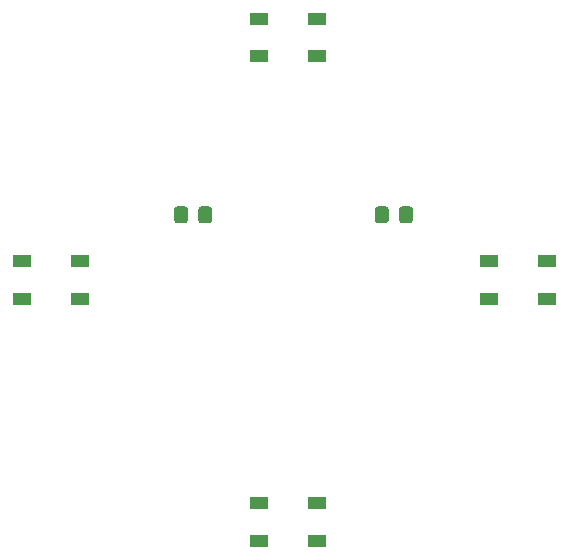
<source format=gbr>
G04 #@! TF.GenerationSoftware,KiCad,Pcbnew,5.0.2+dfsg1-1*
G04 #@! TF.CreationDate,2019-07-05T17:04:00+02:00*
G04 #@! TF.ProjectId,PollFoll,506f6c6c-466f-46c6-9c2e-6b696361645f,rev?*
G04 #@! TF.SameCoordinates,Original*
G04 #@! TF.FileFunction,Paste,Top*
G04 #@! TF.FilePolarity,Positive*
%FSLAX46Y46*%
G04 Gerber Fmt 4.6, Leading zero omitted, Abs format (unit mm)*
G04 Created by KiCad (PCBNEW 5.0.2+dfsg1-1) date vie 05 jul 2019 17:04:00 CEST*
%MOMM*%
%LPD*%
G01*
G04 APERTURE LIST*
%ADD10R,1.500000X1.000000*%
%ADD11C,0.100000*%
%ADD12C,1.150000*%
G04 APERTURE END LIST*
D10*
G04 #@! TO.C,D4*
X113550000Y-77900000D03*
X113550000Y-81100000D03*
X118450000Y-77900000D03*
X118450000Y-81100000D03*
G04 #@! TD*
G04 #@! TO.C,D3*
X138450000Y-101600000D03*
X138450000Y-98400000D03*
X133550000Y-101600000D03*
X133550000Y-98400000D03*
G04 #@! TD*
G04 #@! TO.C,D2*
X153050000Y-77900000D03*
X153050000Y-81100000D03*
X157950000Y-77900000D03*
X157950000Y-81100000D03*
G04 #@! TD*
G04 #@! TO.C,D1*
X138450000Y-60600000D03*
X138450000Y-57400000D03*
X133550000Y-60600000D03*
X133550000Y-57400000D03*
G04 #@! TD*
D11*
G04 #@! TO.C,C2*
G36*
X127324505Y-73301204D02*
X127348773Y-73304804D01*
X127372572Y-73310765D01*
X127395671Y-73319030D01*
X127417850Y-73329520D01*
X127438893Y-73342132D01*
X127458599Y-73356747D01*
X127476777Y-73373223D01*
X127493253Y-73391401D01*
X127507868Y-73411107D01*
X127520480Y-73432150D01*
X127530970Y-73454329D01*
X127539235Y-73477428D01*
X127545196Y-73501227D01*
X127548796Y-73525495D01*
X127550000Y-73549999D01*
X127550000Y-74450001D01*
X127548796Y-74474505D01*
X127545196Y-74498773D01*
X127539235Y-74522572D01*
X127530970Y-74545671D01*
X127520480Y-74567850D01*
X127507868Y-74588893D01*
X127493253Y-74608599D01*
X127476777Y-74626777D01*
X127458599Y-74643253D01*
X127438893Y-74657868D01*
X127417850Y-74670480D01*
X127395671Y-74680970D01*
X127372572Y-74689235D01*
X127348773Y-74695196D01*
X127324505Y-74698796D01*
X127300001Y-74700000D01*
X126649999Y-74700000D01*
X126625495Y-74698796D01*
X126601227Y-74695196D01*
X126577428Y-74689235D01*
X126554329Y-74680970D01*
X126532150Y-74670480D01*
X126511107Y-74657868D01*
X126491401Y-74643253D01*
X126473223Y-74626777D01*
X126456747Y-74608599D01*
X126442132Y-74588893D01*
X126429520Y-74567850D01*
X126419030Y-74545671D01*
X126410765Y-74522572D01*
X126404804Y-74498773D01*
X126401204Y-74474505D01*
X126400000Y-74450001D01*
X126400000Y-73549999D01*
X126401204Y-73525495D01*
X126404804Y-73501227D01*
X126410765Y-73477428D01*
X126419030Y-73454329D01*
X126429520Y-73432150D01*
X126442132Y-73411107D01*
X126456747Y-73391401D01*
X126473223Y-73373223D01*
X126491401Y-73356747D01*
X126511107Y-73342132D01*
X126532150Y-73329520D01*
X126554329Y-73319030D01*
X126577428Y-73310765D01*
X126601227Y-73304804D01*
X126625495Y-73301204D01*
X126649999Y-73300000D01*
X127300001Y-73300000D01*
X127324505Y-73301204D01*
X127324505Y-73301204D01*
G37*
D12*
X126975000Y-74000000D03*
D11*
G36*
X129374505Y-73301204D02*
X129398773Y-73304804D01*
X129422572Y-73310765D01*
X129445671Y-73319030D01*
X129467850Y-73329520D01*
X129488893Y-73342132D01*
X129508599Y-73356747D01*
X129526777Y-73373223D01*
X129543253Y-73391401D01*
X129557868Y-73411107D01*
X129570480Y-73432150D01*
X129580970Y-73454329D01*
X129589235Y-73477428D01*
X129595196Y-73501227D01*
X129598796Y-73525495D01*
X129600000Y-73549999D01*
X129600000Y-74450001D01*
X129598796Y-74474505D01*
X129595196Y-74498773D01*
X129589235Y-74522572D01*
X129580970Y-74545671D01*
X129570480Y-74567850D01*
X129557868Y-74588893D01*
X129543253Y-74608599D01*
X129526777Y-74626777D01*
X129508599Y-74643253D01*
X129488893Y-74657868D01*
X129467850Y-74670480D01*
X129445671Y-74680970D01*
X129422572Y-74689235D01*
X129398773Y-74695196D01*
X129374505Y-74698796D01*
X129350001Y-74700000D01*
X128699999Y-74700000D01*
X128675495Y-74698796D01*
X128651227Y-74695196D01*
X128627428Y-74689235D01*
X128604329Y-74680970D01*
X128582150Y-74670480D01*
X128561107Y-74657868D01*
X128541401Y-74643253D01*
X128523223Y-74626777D01*
X128506747Y-74608599D01*
X128492132Y-74588893D01*
X128479520Y-74567850D01*
X128469030Y-74545671D01*
X128460765Y-74522572D01*
X128454804Y-74498773D01*
X128451204Y-74474505D01*
X128450000Y-74450001D01*
X128450000Y-73549999D01*
X128451204Y-73525495D01*
X128454804Y-73501227D01*
X128460765Y-73477428D01*
X128469030Y-73454329D01*
X128479520Y-73432150D01*
X128492132Y-73411107D01*
X128506747Y-73391401D01*
X128523223Y-73373223D01*
X128541401Y-73356747D01*
X128561107Y-73342132D01*
X128582150Y-73329520D01*
X128604329Y-73319030D01*
X128627428Y-73310765D01*
X128651227Y-73304804D01*
X128675495Y-73301204D01*
X128699999Y-73300000D01*
X129350001Y-73300000D01*
X129374505Y-73301204D01*
X129374505Y-73301204D01*
G37*
D12*
X129025000Y-74000000D03*
G04 #@! TD*
D11*
G04 #@! TO.C,C1*
G36*
X146374505Y-73301204D02*
X146398773Y-73304804D01*
X146422572Y-73310765D01*
X146445671Y-73319030D01*
X146467850Y-73329520D01*
X146488893Y-73342132D01*
X146508599Y-73356747D01*
X146526777Y-73373223D01*
X146543253Y-73391401D01*
X146557868Y-73411107D01*
X146570480Y-73432150D01*
X146580970Y-73454329D01*
X146589235Y-73477428D01*
X146595196Y-73501227D01*
X146598796Y-73525495D01*
X146600000Y-73549999D01*
X146600000Y-74450001D01*
X146598796Y-74474505D01*
X146595196Y-74498773D01*
X146589235Y-74522572D01*
X146580970Y-74545671D01*
X146570480Y-74567850D01*
X146557868Y-74588893D01*
X146543253Y-74608599D01*
X146526777Y-74626777D01*
X146508599Y-74643253D01*
X146488893Y-74657868D01*
X146467850Y-74670480D01*
X146445671Y-74680970D01*
X146422572Y-74689235D01*
X146398773Y-74695196D01*
X146374505Y-74698796D01*
X146350001Y-74700000D01*
X145699999Y-74700000D01*
X145675495Y-74698796D01*
X145651227Y-74695196D01*
X145627428Y-74689235D01*
X145604329Y-74680970D01*
X145582150Y-74670480D01*
X145561107Y-74657868D01*
X145541401Y-74643253D01*
X145523223Y-74626777D01*
X145506747Y-74608599D01*
X145492132Y-74588893D01*
X145479520Y-74567850D01*
X145469030Y-74545671D01*
X145460765Y-74522572D01*
X145454804Y-74498773D01*
X145451204Y-74474505D01*
X145450000Y-74450001D01*
X145450000Y-73549999D01*
X145451204Y-73525495D01*
X145454804Y-73501227D01*
X145460765Y-73477428D01*
X145469030Y-73454329D01*
X145479520Y-73432150D01*
X145492132Y-73411107D01*
X145506747Y-73391401D01*
X145523223Y-73373223D01*
X145541401Y-73356747D01*
X145561107Y-73342132D01*
X145582150Y-73329520D01*
X145604329Y-73319030D01*
X145627428Y-73310765D01*
X145651227Y-73304804D01*
X145675495Y-73301204D01*
X145699999Y-73300000D01*
X146350001Y-73300000D01*
X146374505Y-73301204D01*
X146374505Y-73301204D01*
G37*
D12*
X146025000Y-74000000D03*
D11*
G36*
X144324505Y-73301204D02*
X144348773Y-73304804D01*
X144372572Y-73310765D01*
X144395671Y-73319030D01*
X144417850Y-73329520D01*
X144438893Y-73342132D01*
X144458599Y-73356747D01*
X144476777Y-73373223D01*
X144493253Y-73391401D01*
X144507868Y-73411107D01*
X144520480Y-73432150D01*
X144530970Y-73454329D01*
X144539235Y-73477428D01*
X144545196Y-73501227D01*
X144548796Y-73525495D01*
X144550000Y-73549999D01*
X144550000Y-74450001D01*
X144548796Y-74474505D01*
X144545196Y-74498773D01*
X144539235Y-74522572D01*
X144530970Y-74545671D01*
X144520480Y-74567850D01*
X144507868Y-74588893D01*
X144493253Y-74608599D01*
X144476777Y-74626777D01*
X144458599Y-74643253D01*
X144438893Y-74657868D01*
X144417850Y-74670480D01*
X144395671Y-74680970D01*
X144372572Y-74689235D01*
X144348773Y-74695196D01*
X144324505Y-74698796D01*
X144300001Y-74700000D01*
X143649999Y-74700000D01*
X143625495Y-74698796D01*
X143601227Y-74695196D01*
X143577428Y-74689235D01*
X143554329Y-74680970D01*
X143532150Y-74670480D01*
X143511107Y-74657868D01*
X143491401Y-74643253D01*
X143473223Y-74626777D01*
X143456747Y-74608599D01*
X143442132Y-74588893D01*
X143429520Y-74567850D01*
X143419030Y-74545671D01*
X143410765Y-74522572D01*
X143404804Y-74498773D01*
X143401204Y-74474505D01*
X143400000Y-74450001D01*
X143400000Y-73549999D01*
X143401204Y-73525495D01*
X143404804Y-73501227D01*
X143410765Y-73477428D01*
X143419030Y-73454329D01*
X143429520Y-73432150D01*
X143442132Y-73411107D01*
X143456747Y-73391401D01*
X143473223Y-73373223D01*
X143491401Y-73356747D01*
X143511107Y-73342132D01*
X143532150Y-73329520D01*
X143554329Y-73319030D01*
X143577428Y-73310765D01*
X143601227Y-73304804D01*
X143625495Y-73301204D01*
X143649999Y-73300000D01*
X144300001Y-73300000D01*
X144324505Y-73301204D01*
X144324505Y-73301204D01*
G37*
D12*
X143975000Y-74000000D03*
G04 #@! TD*
M02*

</source>
